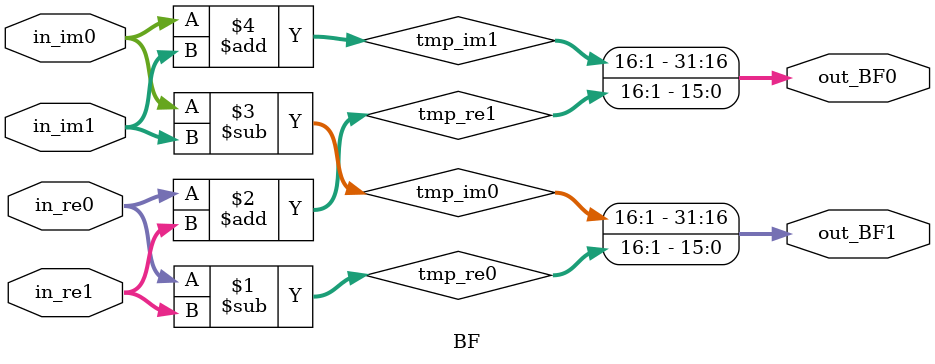
<source format=v>


module BF(
    input signed [15:0] in_re0,
    input signed [15:0] in_im0,
    input signed [15:0] in_re1,
    input signed [15:0] in_im1,
    
    output signed [31:0] out_BF0,
    output signed [31:0] out_BF1
    );
    
    wire signed [16:0] tmp_re0;
    wire signed [16:0] tmp_im0;
    wire signed [16:0] tmp_re1;
    wire signed [16:0] tmp_im1;
    
    assign tmp_re0 = in_re0 - in_re1;
    assign tmp_re1 = in_re0 + in_re1;
    
    assign tmp_im0 = in_im0 - in_im1;
    assign tmp_im1 = in_im0 + in_im1;
    
    assign out_BF0 = {tmp_im1[16:1],tmp_re1[16:1]};
    assign out_BF1 = {tmp_im0[16:1],tmp_re0[16:1]};
    
endmodule

</source>
